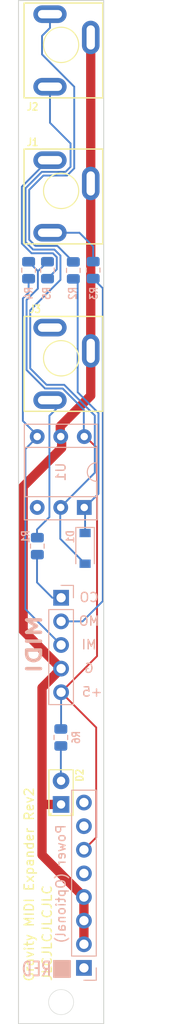
<source format=kicad_pcb>
(kicad_pcb (version 20221018) (generator pcbnew)
  (layers (0 "F.Cu" signal) (31 "B.Cu" signal) (34 "B.Paste" user) (35 "F.Paste" user) (36 "B.SilkS" user "B.Silkscreen") (37 "F.SilkS" user "F.Silkscreen") (38 "B.Mask" user) (39 "F.Mask" user) (44 "Edge.Cuts" user))
  (net 0 "")
  (net 1 "Net-(D1-K)")
  (net 2 "Net-(D1-A)")
  (net 3 "GND")
  (net 4 "Net-(D2-A)")
  (net 5 "Net-(J1-PadR)")
  (net 6 "24ppqn OUT")
  (net 7 "Serial Out")
  (net 8 "Serial In")
  (net 9 "+5V")
  (net 10 "Net-(J1-PadT)")
  (net 11 "Net-(J2-PadR)")
  (net 13 "Net-(J3-PadT)")
  (footprint "gtoe:FlatTopLed" (layer "F.Cu") (at 64.595 124.155 90)
    (fp_text reference "D2" (at 1.869 2.009 90) (layer "F.SilkS") (effects (font (size 0.8 0.7) (thickness 0.15) bold)))
    (fp_text value "LED" hide)
    (fp_line (start -2.46 -1.31) (end -2.46 1.31) (stroke (width 0.12)) (layer "F.SilkS"))
    (fp_line (start -2.46 -1.31) (end 2.46 -1.31) (stroke (width 0.12)) (layer "F.SilkS"))
    (fp_line (start -2.46 1.31) (end 2.46 1.31) (stroke (width 0.12)) (layer "F.SilkS"))
    (fp_line (start -2.34 -1.31) (end -2.34 -1.08) (stroke (width 0.12)) (layer "F.SilkS"))
    (fp_line (start -2.34 1.08) (end -2.34 1.31) (stroke (width 0.12)) (layer "F.SilkS"))
    (fp_line (start -2.22 -1.31) (end -2.22 -1.08) (stroke (width 0.12)) (layer "F.SilkS"))
    (fp_line (start -2.22 1.08) (end -2.22 1.31) (stroke (width 0.12)) (layer "F.SilkS"))
    (fp_line (start 2.46 -1.31) (end 2.46 1.31) (stroke (width 0.12)) (layer "F.SilkS"))
    (pad "1" thru_hole rect (at -1.27 0 90) (size 1.8 1.8) (drill 0.9) (layers "*.Cu" "*.Mask") (net 3 "GND"))
    (pad "2" thru_hole circle (at 1.27 0 90) (size 1.8 1.8) (drill 0.9) (layers "*.Cu" "*.Mask") (net 4 "Net-(D2-A)"))
  )
  (footprint "SitkaLib:PJ301CM" (layer "F.Cu") (at 64.6 43.75)
    (fp_text reference "J2" (at -3.076 6.654) (layer "F.SilkS") (effects (font (size 0.8 0.7))))
    (fp_text value "MIDI IN")
    (fp_line (start -4 -4.5) (end -4 5.7) (stroke (width 0.15)) (layer "F.SilkS"))
    (fp_line (start -4 -4.5) (end 4.5 -4.5) (stroke (width 0.15)) (layer "F.SilkS"))
    (fp_line (start -4 5.7) (end 4.5 5.7) (stroke (width 0.15)) (layer "F.SilkS"))
    (fp_line (start 4.5 -4.5) (end 4.5 5.7) (stroke (width 0.15)) (layer "F.SilkS"))
    (fp_circle (center 0 0) (end 1.9 0) (stroke (width 0.12)) (fill none) (layer "F.SilkS"))
    (pad "R" thru_hole oval (at -1.2 -3.3) (size 3.6 1.9) (drill oval 2.6 0.9) (layers "*.Cu" "*.Mask") (net 11 "Net-(J2-PadR)"))
    (pad "S" thru_hole oval (at 3.2 -0.8) (size 1.9 3.6) (drill oval 0.9 2.6) (layers "*.Cu" "*.Mask") (net 3 "GND"))
    (pad "T" thru_hole oval (at -1.2 4.5) (size 3.6 1.9) (drill oval 2.6 0.9) (layers "*.Cu" "*.Mask") (net 2 "Net-(D1-A)"))
  )
  (footprint "SitkaLib:PJ301CM" (layer "F.Cu") (at 64.6 77.45)
    (fp_text reference "J3" (at -2.8 -5.28) (layer "F.SilkS") (effects (font (size 0.8 0.7))))
    (fp_text value "PPQN Out")
    (fp_line (start -4 -4.5) (end -4 5.7) (stroke (width 0.15)) (layer "F.SilkS"))
    (fp_line (start -4 -4.5) (end 4.5 -4.5) (stroke (width 0.15)) (layer "F.SilkS"))
    (fp_line (start -4 5.7) (end 4.5 5.7) (stroke (width 0.15)) (layer "F.SilkS"))
    (fp_line (start 4.5 -4.5) (end 4.5 5.7) (stroke (width 0.15)) (layer "F.SilkS"))
    (fp_circle (center 0 0) (end 1.9 0) (stroke (width 0.12)) (fill none) (layer "F.SilkS"))
    (pad "R" thru_hole oval (at -1.2 -3.3) (size 3.6 1.9) (drill oval 2.6 0.9) (layers "*.Cu" "*.Mask"))
    (pad "S" thru_hole oval (at 3.2 -0.8) (size 1.9 3.6) (drill oval 0.9 2.6) (layers "*.Cu" "*.Mask") (net 3 "GND"))
    (pad "T" thru_hole oval (at -1.2 4.5) (size 3.6 1.9) (drill oval 2.6 0.9) (layers "*.Cu" "*.Mask") (net 13 "Net-(J3-PadT)"))
  )
  (footprint "SitkaLib:PJ301CM" (layer "F.Cu") (at 64.6 59.45)
    (fp_text reference "J1" (at -3.076 -5.236) (layer "F.SilkS") (effects (font (size 0.8 0.7))))
    (fp_text value "MIDI Out")
    (fp_line (start -4 -4.5) (end -4 5.7) (stroke (width 0.15)) (layer "F.SilkS"))
    (fp_line (start -4 -4.5) (end 4.5 -4.5) (stroke (width 0.15)) (layer "F.SilkS"))
    (fp_line (start -4 5.7) (end 4.5 5.7) (stroke (width 0.15)) (layer "F.SilkS"))
    (fp_line (start 4.5 -4.5) (end 4.5 5.7) (stroke (width 0.15)) (layer "F.SilkS"))
    (fp_circle (center 0 0) (end 1.9 0) (stroke (width 0.12)) (fill none) (layer "F.SilkS"))
    (pad "R" thru_hole oval (at -1.2 -3.3) (size 3.6 1.9) (drill oval 2.6 0.9) (layers "*.Cu" "*.Mask") (net 5 "Net-(J1-PadR)"))
    (pad "S" thru_hole oval (at 3.2 -0.8) (size 1.9 3.6) (drill oval 0.9 2.6) (layers "*.Cu" "*.Mask") (net 3 "GND"))
    (pad "T" thru_hole oval (at -1.2 4.5) (size 3.6 1.9) (drill oval 2.6 0.9) (layers "*.Cu" "*.Mask") (net 10 "Net-(J1-PadT)"))
  )
  (footprint "Resistor_SMD:R_0805_2012Metric" (layer "B.Cu") (at 65.92 67.9975 -90)
    (fp_text reference "R2" (at 2.4725 0.078 90) (layer "B.SilkS") (effects (font (size 0.8 0.7)) (justify mirror)))
    (fp_text value "R220" hide)
    (fp_line (start -0.227064 -0.735) (end 0.227064 -0.735) (stroke (width 0.12)) (layer "B.SilkS"))
    (fp_line (start -0.227064 0.735) (end 0.227064 0.735) (stroke (width 0.12)) (layer "B.SilkS"))
    (pad "1" smd roundrect (at -0.9125 0 270) (size 1.025 1.4) (layers "B.Cu" "B.Paste" "B.Mask") (roundrect_rratio 0.243902439) (net 11 "Net-(J2-PadR)"))
    (pad "2" smd roundrect (at 0.9125 0 270) (size 1.025 1.4) (layers "B.Cu" "B.Paste" "B.Mask") (roundrect_rratio 0.243902439) (net 1 "Net-(D1-K)"))
  )
  (footprint "Package_DIP:DIP-6_W7.62mm_Socket" (layer "B.Cu") (at 67.1 93.49 90)
    (fp_text reference "U1" (at 3.81 -2.528 90) (layer "B.SilkS") (effects (justify mirror)))
    (fp_text value "H11L1" hide)
    (fp_line (start -1.33 -6.47) (end 8.95 -6.47) (stroke (width 0.12)) (layer "B.SilkS"))
    (fp_line (start -1.33 1.39) (end -1.33 -6.47) (stroke (width 0.12)) (layer "B.SilkS"))
    (fp_line (start 1.16 -6.41) (end 6.46 -6.41) (stroke (width 0.12)) (layer "B.SilkS"))
    (fp_line (start 1.16 1.33) (end 1.16 -6.41) (stroke (width 0.12)) (layer "B.SilkS"))
    (fp_line (start 2.81 1.33) (end 1.16 1.33) (stroke (width 0.12)) (layer "B.SilkS"))
    (fp_line (start 6.46 -6.41) (end 6.46 1.33) (stroke (width 0.12)) (layer "B.SilkS"))
    (fp_line (start 6.46 1.33) (end 4.81 1.33) (stroke (width 0.12)) (layer "B.SilkS"))
    (fp_line (start 8.95 -6.47) (end 8.95 1.39) (stroke (width 0.12)) (layer "B.SilkS"))
    (fp_line (start 8.95 1.39) (end -1.33 1.39) (stroke (width 0.12)) (layer "B.SilkS"))
    (fp_arc (start 2.81 1.33) (mid 3.81 0.33) (end 4.81 1.33) (stroke (width 0.12)) (layer "B.SilkS"))
    (pad "1" thru_hole rect (at 0 0 90) (size 1.6 1.6) (drill 0.8) (layers "*.Cu" "*.Mask") (net 1 "Net-(D1-K)"))
    (pad "2" thru_hole oval (at 0 -2.54 90) (size 1.6 1.6) (drill 0.8) (layers "*.Cu" "*.Mask") (net 2 "Net-(D1-A)"))
    (pad "3" thru_hole oval (at 0 -5.08 90) (size 1.6 1.6) (drill 0.8) (layers "*.Cu" "*.Mask"))
    (pad "4" thru_hole oval (at 7.62 -5.08 90) (size 1.6 1.6) (drill 0.8) (layers "*.Cu" "*.Mask") (net 8 "Serial In"))
    (pad "5" thru_hole oval (at 7.62 -2.54 90) (size 1.6 1.6) (drill 0.8) (layers "*.Cu" "*.Mask") (net 3 "GND"))
    (pad "6" thru_hole oval (at 7.62 0 90) (size 1.6 1.6) (drill 0.8) (layers "*.Cu" "*.Mask") (net 9 "+5V"))
  )
  (footprint "Resistor_SMD:R_0805_2012Metric" (layer "B.Cu") (at 68.06 67.9675 -90)
    (fp_text reference "R3" (at 2.5025 -0.068 90) (layer "B.SilkS") (effects (font (size 0.8 0.7)) (justify mirror)))
    (fp_text value "R220" hide)
    (fp_line (start -0.227064 -0.735) (end 0.227064 -0.735) (stroke (width 0.12)) (layer "B.SilkS"))
    (fp_line (start -0.227064 0.735) (end 0.227064 0.735) (stroke (width 0.12)) (layer "B.SilkS"))
    (pad "1" smd roundrect (at -0.9125 0 270) (size 1.025 1.4) (layers "B.Cu" "B.Paste" "B.Mask") (roundrect_rratio 0.243902439) (net 10 "Net-(J1-PadT)"))
    (pad "2" smd roundrect (at 0.9125 0 270) (size 1.025 1.4) (layers "B.Cu" "B.Paste" "B.Mask") (roundrect_rratio 0.243902439) (net 7 "Serial Out"))
  )
  (footprint "Resistor_SMD:R_0805_2012Metric" (layer "B.Cu") (at 64.572 118.222 90)
    (fp_text reference "R6" (at 0 1.65 90) (layer "B.SilkS") (effects (font (size 0.8 0.7)) (justify mirror)))
    (fp_text value "1K" hide)
    (fp_line (start -0.227064 -0.735) (end 0.227064 -0.735) (stroke (width 0.12)) (layer "B.SilkS"))
    (fp_line (start -0.227064 0.735) (end 0.227064 0.735) (stroke (width 0.12)) (layer "B.SilkS"))
    (pad "1" smd roundrect (at -0.9125 0 90) (size 1.025 1.4) (layers "B.Cu" "B.Paste" "B.Mask") (roundrect_rratio 0.243902439) (net 4 "Net-(D2-A)"))
    (pad "2" smd roundrect (at 0.9125 0 90) (size 1.025 1.4) (layers "B.Cu" "B.Paste" "B.Mask") (roundrect_rratio 0.243902439) (net 9 "+5V"))
  )
  (footprint "Resistor_SMD:R_0805_2012Metric" (layer "B.Cu") (at 62.032 97.648 -90)
    (fp_text reference "R1" (at -1.016 1.27 90) (layer "B.SilkS") (effects (font (size 0.8 0.7)) (justify mirror)))
    (fp_text value "1K" hide)
    (fp_line (start -0.227064 -0.735) (end 0.227064 -0.735) (stroke (width 0.12)) (layer "B.SilkS"))
    (fp_line (start -0.227064 0.735) (end 0.227064 0.735) (stroke (width 0.12)) (layer "B.SilkS"))
    (pad "1" smd roundrect (at -0.9125 0 270) (size 1.025 1.4) (layers "B.Cu" "B.Paste" "B.Mask") (roundrect_rratio 0.243902439) (net 13 "Net-(J3-PadT)"))
    (pad "2" smd roundrect (at 0.9125 0 270) (size 1.025 1.4) (layers "B.Cu" "B.Paste" "B.Mask") (roundrect_rratio 0.243902439) (net 6 "24ppqn OUT"))
  )
  (footprint "Resistor_SMD:R_0805_2012Metric" (layer "B.Cu") (at 61.09 67.98 90)
    (fp_text reference "R4" (at -2.49 0.01 90) (layer "B.SilkS") (effects (font (size 0.8 0.7)) (justify mirror)))
    (fp_text value "R220" hide)
    (fp_line (start -0.227064 -0.735) (end 0.227064 -0.735) (stroke (width 0.12)) (layer "B.SilkS"))
    (fp_line (start -0.227064 0.735) (end 0.227064 0.735) (stroke (width 0.12)) (layer "B.SilkS"))
    (pad "1" smd roundrect (at -0.9125 0 90) (size 1.025 1.4) (layers "B.Cu" "B.Paste" "B.Mask") (roundrect_rratio 0.243902439) (net 8 "Serial In"))
    (pad "2" smd roundrect (at 0.9125 0 90) (size 1.025 1.4) (layers "B.Cu" "B.Paste" "B.Mask") (roundrect_rratio 0.243902439) (net 9 "+5V"))
  )
  (footprint "Connector_PinSocket_2.54mm:PinSocket_1x08_P2.54mm_Vertical" (layer "B.Cu") (at 67.065 143)
    (fp_text reference "Power (Optional)" (at -2.493 -9.03 270) (layer "B.SilkS") (effects (justify mirror)))
    (fp_text value "Alt Power")
    (fp_line (start -1.33 -19.11) (end 1.33 -19.11) (stroke (width 0.12)) (layer "B.SilkS"))
    (fp_line (start -1.33 -1.27) (end -1.33 -19.11) (stroke (width 0.12)) (layer "B.SilkS"))
    (fp_line (start -1.33 -1.27) (end 1.33 -1.27) (stroke (width 0.12)) (layer "B.SilkS"))
    (fp_line (start 0 1.33) (end 1.33 1.33) (stroke (width 0.12)) (layer "B.SilkS"))
    (fp_line (start 1.33 -1.27) (end 1.33 -19.11) (stroke (width 0.12)) (layer "B.SilkS"))
    (fp_line (start 1.33 1.33) (end 1.33 0) (stroke (width 0.12)) (layer "B.SilkS"))
    (pad "1" thru_hole rect (at 0 0) (size 1.7 1.7) (drill 1) (layers "*.Cu" "*.Mask"))
    (pad "2" thru_hole oval (at 0 -2.54) (size 1.7 1.7) (drill 1) (layers "*.Cu" "*.Mask") (net 3 "GND"))
    (pad "3" thru_hole oval (at 0 -5.08) (size 1.7 1.7) (drill 1) (layers "*.Cu" "*.Mask") (net 3 "GND"))
    (pad "4" thru_hole oval (at 0 -7.62) (size 1.7 1.7) (drill 1) (layers "*.Cu" "*.Mask") (net 3 "GND"))
    (pad "5" thru_hole oval (at 0 -10.16) (size 1.7 1.7) (drill 1) (layers "*.Cu" "*.Mask"))
    (pad "6" thru_hole oval (at 0 -12.7) (size 1.7 1.7) (drill 1) (layers "*.Cu" "*.Mask") (net 9 "+5V"))
    (pad "7" thru_hole oval (at 0 -15.24) (size 1.7 1.7) (drill 1) (layers "*.Cu" "*.Mask"))
    (pad "8" thru_hole oval (at 0 -17.78) (size 1.7 1.7) (drill 1) (layers "*.Cu" "*.Mask"))
  )
  (footprint "Resistor_SMD:R_0805_2012Metric" (layer "B.Cu") (at 63.13 67.9775 90)
    (fp_text reference "R5" (at -2.4925 -0.082 90) (layer "B.SilkS") (effects (font (size 0.8 0.7)) (justify mirror)))
    (fp_text value "R220" hide)
    (fp_line (start -0.227064 -0.735) (end 0.227064 -0.735) (stroke (width 0.12)) (layer "B.SilkS"))
    (fp_line (start -0.227064 0.735) (end 0.227064 0.735) (stroke (width 0.12)) (layer "B.SilkS"))
    (pad "1" smd roundrect (at -0.9125 0 90) (size 1.025 1.4) (layers "B.Cu" "B.Paste" "B.Mask") (roundrect_rratio 0.243902439) (net 5 "Net-(J1-PadR)"))
    (pad "2" smd roundrect (at 0.9125 0 90) (size 1.025 1.4) (layers "B.Cu" "B.Paste" "B.Mask") (roundrect_rratio 0.243902439) (net 9 "+5V"))
  )
  (footprint "Connector_PinHeader_2.54mm:PinHeader_1x05_P2.54mm_Vertical" (layer "B.Cu") (at 64.6 103.2 180)
    (fp_text reference "MIDI" (at 2.9 -5 90) (layer "B.SilkS") (effects (font (size 1.5 2) (thickness 0.375) bold) (justify mirror)))
    (fp_text value "Conn_01x05" hide)
    (fp_line (start -1.33 -11.49) (end 1.33 -11.49) (stroke (width 0.12)) (layer "B.SilkS"))
    (fp_line (start -1.33 -1.27) (end -1.33 -11.49) (stroke (width 0.12)) (layer "B.SilkS"))
    (fp_line (start -1.33 -1.27) (end 1.33 -1.27) (stroke (width 0.12)) (layer "B.SilkS"))
    (fp_line (start -1.33 0) (end -1.33 1.33) (stroke (width 0.12)) (layer "B.SilkS"))
    (fp_line (start -1.33 1.33) (end 0 1.33) (stroke (width 0.12)) (layer "B.SilkS"))
    (fp_line (start 1.33 -1.27) (end 1.33 -11.49) (stroke (width 0.12)) (layer "B.SilkS"))
    (pad "1" thru_hole rect (at 0 0 180) (size 1.7 1.7) (drill 1) (layers "*.Cu" "*.Mask") (net 6 "24ppqn OUT"))
    (pad "2" thru_hole oval (at 0 -2.54 180) (size 1.7 1.7) (drill 1) (layers "*.Cu" "*.Mask") (net 7 "Serial Out"))
    (pad "3" thru_hole oval (at 0 -5.08 180) (size 1.7 1.7) (drill 1) (layers "*.Cu" "*.Mask") (net 8 "Serial In"))
    (pad "4" thru_hole oval (at 0 -7.62 180) (size 1.7 1.7) (drill 1) (layers "*.Cu" "*.Mask") (net 3 "GND"))
    (pad "5" thru_hole oval (at 0 -10.16 180) (size 1.7 1.7) (drill 1) (layers "*.Cu" "*.Mask") (net 9 "+5V"))
  )
  (footprint "Diode_SMD:D_SOD-123" (layer "B.Cu") (at 67.19 97.89 -90)
    (fp_text reference "D1" (at -1.258 1.602 90) (layer "B.SilkS") (effects (font (size 0.8 0.7)) (justify mirror)))
    (fp_text value "1N4148" hide)
    (fp_line (start -2.25 -1) (end 1.65 -1) (stroke (width 0.12)) (layer "B.SilkS"))
    (fp_line (start -2.25 1) (end -2.25 -1) (stroke (width 0.12)) (layer "B.SilkS"))
    (fp_line (start -2.25 1) (end 1.65 1) (stroke (width 0.12)) (layer "B.SilkS"))
    (pad "1" smd rect (at -1.65 0 270) (size 0.9 1.2) (layers "B.Cu" "B.Paste" "B.Mask") (net 1 "Net-(D1-K)"))
    (pad "2" smd rect (at 1.65 0 270) (size 0.9 1.2) (layers "B.Cu" "B.Paste" "B.Mask") (net 2 "Net-(D1-A)"))
  )
  (gr_rect (start 63.81 142.225) (end 65.588 144.003) (stroke (width 0.15)) (fill solid) (layer "B.SilkS"))
  (gr_circle (center 64.6 146.68) (end 65.95 146.68) (stroke (width 0.05)) (fill none) (layer "Edge.Cuts"))
  (gr_rect (start 60 38.974) (end 69.2 149) (stroke (width 0.1)) (fill none) (layer "Edge.Cuts"))
  (gr_text "MO" (at 67.62 106.284) (layer "B.SilkS") (effects (font (size 1 1)) (justify bottom mirror)))
  (gr_text "RED" (at 63.683 144.003) (layer "B.SilkS") (effects (font (size 1.5 1.1) (thickness 0.2) bold) (justify left bottom mirror)))
  (gr_text "MI" (at 67.62 108.824) (layer "B.SilkS") (effects (font (size 1 1)) (justify bottom mirror)))
  (gr_text "G" (at 67.62 111.364) (layer "B.SilkS") (effects (font (size 1 1)) (justify bottom mirror)))
  (gr_text "CO" (at 67.62 103.744) (layer "B.SilkS") (effects (font (size 1 1)) (justify bottom mirror)))
  (gr_text "+5" (at 69.144 113.904) (layer "B.SilkS") (effects (font (size 1 1)) (justify left bottom mirror)))
  (gr_text "Gravity MIDI Expander Rev2" (at 61.15 134.03 90) (layer "F.SilkS") (effects (font (size 1 1))))
  (gr_text "JLCJLCJLCJLC" (at 63.09 139.26 90) (layer "F.SilkS") (effects (font (size 1 1))))
  (segment (start 67.19 93.46) (end 68.636 92.014) (width 0.2) (layer "B.Cu") (net 1))
  (segment (start 68.636 92.014) (end 68.636 83.344226) (width 0.2) (layer "B.Cu") (net 1))
  (segment (start 66.388 81.096226) (end 66.388 69.378) (width 0.2) (layer "B.Cu") (net 1))
  (segment (start 66.388 69.378) (end 65.92 68.91) (width 0.2) (layer "B.Cu") (net 1))
  (segment (start 66.5175 68.91) (end 65.92 68.91) (width 0.2) (layer "B.Cu") (net 1))
  (segment (start 67.19 96.24) (end 67.19 93.46) (width 0.2) (layer "B.Cu") (net 1))
  (segment (start 68.636 83.344226) (end 66.388 81.096226) (width 0.2) (layer "B.Cu") (net 1))
  (segment (start 64.53 66.408997) (end 63.881002 65.76) (width 0.2) (layer "B.Cu") (net 2))
  (segment (start 65.08 57.4) (end 65.62 56.86) (width 0.2) (layer "B.Cu") (net 2))
  (segment (start 67.19 99.54) (end 64.51 96.86) (width 0.2) (layer "B.Cu") (net 2))
  (segment (start 65.62 56.86) (end 65.62 54.35) (width 0.2) (layer "B.Cu") (net 2))
  (segment (start 64.53 69.017244) (end 64.53 66.408997) (width 0.2) (layer "B.Cu") (net 2))
  (segment (start 64.51 96.86) (end 64.51 93.6) (width 0.2) (layer "B.Cu") (net 2))
  (segment (start 60.76 64.944314) (end 60.76 59.165686) (width 0.2) (layer "B.Cu") (net 2))
  (segment (start 68.236 89.764) (end 68.236 83.602548) (width 0.2) (layer "B.Cu") (net 2))
  (segment (start 63.4 52.13) (end 63.4 48.25) (width 0.2) (layer "B.Cu") (net 2))
  (segment (start 64.51 93.49) (end 68.236 89.764) (width 0.2) (layer "B.Cu") (net 2))
  (segment (start 64.933452 80.3) (end 63.029686 80.3) (width 0.2) (layer "B.Cu") (net 2))
  (segment (start 65.62 54.35) (end 63.4 52.13) (width 0.2) (layer "B.Cu") (net 2))
  (segment (start 60.76 59.165686) (end 62.525686 57.4) (width 0.2) (layer "B.Cu") (net 2))
  (segment (start 63.881002 65.76) (end 61.575686 65.76) (width 0.2) (layer "B.Cu") (net 2))
  (segment (start 61.575686 65.76) (end 60.76 64.944314) (width 0.2) (layer "B.Cu") (net 2))
  (segment (start 62.525686 57.4) (end 65.08 57.4) (width 0.2) (layer "B.Cu") (net 2))
  (segment (start 61.27 72.277244) (end 64.53 69.017244) (width 0.2) (layer "B.Cu") (net 2))
  (segment (start 63.029686 80.3) (end 61.27 78.540314) (width 0.2) (layer "B.Cu") (net 2))
  (segment (start 61.27 78.540314) (end 61.27 72.277244) (width 0.2) (layer "B.Cu") (net 2))
  (segment (start 68.236 83.602548) (end 64.933452 80.3) (width 0.2) (layer "B.Cu") (net 2))
  (segment (start 62.54 112.88) (end 64.6 110.82) (width 1) (layer "F.Cu") (net 3))
  (segment (start 67.065 140.46) (end 67.065 137.92) (width 1) (layer "F.Cu") (net 3))
  (segment (start 62.631 125.425) (end 62.54 125.334) (width 1) (layer "F.Cu") (net 3))
  (segment (start 62.54 130.855) (end 62.54 130.16) (width 1) (layer "F.Cu") (net 3))
  (segment (start 67.8 58.65) (end 67.8 76.65) (width 1) (layer "F.Cu") (net 3))
  (segment (start 64.595 125.425) (end 62.631 125.425) (width 1) (layer "F.Cu") (net 3))
  (segment (start 67.065 135.38) (end 62.54 130.855) (width 1) (layer "F.Cu") (net 3))
  (segment (start 64.51 84.756) (end 64.51 85.87) (width 1) (layer "F.Cu") (net 3))
  (segment (start 60.5 106.72) (end 60.5 91.25) (width 1) (layer "F.Cu") (net 3))
  (segment (start 67.8 76.65) (end 67.8 81.466) (width 1) (layer "F.Cu") (net 3))
  (segment (start 62.54 125.334) (end 62.54 112.88) (width 1) (layer "F.Cu") (net 3))
  (segment (start 64.6 110.82) (end 60.5 106.72) (width 1) (layer "F.Cu") (net 3))
  (segment (start 67.8 81.466) (end 64.51 84.756) (width 1) (layer "F.Cu") (net 3))
  (segment (start 60.5 91.25) (end 64.66 87.09) (width 1) (layer "F.Cu") (net 3))
  (segment (start 67.065 137.92) (end 67.065 135.38) (width 1) (layer "F.Cu") (net 3))
  (segment (start 64.66 87.09) (end 64.66 85.83) (width 1) (layer "F.Cu") (net 3))
  (segment (start 62.54 130.16) (end 62.54 125.334) (width 1) (layer "F.Cu") (net 3))
  (segment (start 67.8 58.65) (end 67.8 42.95) (width 1) (layer "F.Cu") (net 3))
  (segment (start 64.572 122.862) (end 64.595 122.885) (width 0.2) (layer "B.Cu") (net 4))
  (segment (start 64.572 119.1345) (end 64.572 122.862) (width 0.2) (layer "B.Cu") (net 4))
  (segment (start 63.715317 66.16) (end 61.41 66.16) (width 0.2) (layer "B.Cu") (net 5))
  (segment (start 60.36 59) (end 63.21 56.15) (width 0.2) (layer "B.Cu") (net 5))
  (segment (start 63.13 68.89) (end 64.13 67.89) (width 0.2) (layer "B.Cu") (net 5))
  (segment (start 61.41 66.16) (end 60.36 65.11) (width 0.2) (layer "B.Cu") (net 5))
  (segment (start 60.36 65.11) (end 60.36 59) (width 0.2) (layer "B.Cu") (net 5))
  (segment (start 64.13 66.574683) (end 63.715317 66.16) (width 0.2) (layer "B.Cu") (net 5))
  (segment (start 64.13 67.89) (end 64.13 66.574683) (width 0.2) (layer "B.Cu") (net 5))
  (segment (start 63.21 56.15) (end 63.4 56.15) (width 0.2) (layer "B.Cu") (net 5))
  (segment (start 64.6 103.2) (end 63.65 103.2) (width 0.2) (layer "B.Cu") (net 6))
  (segment (start 63.65 103.2) (end 62 101.55) (width 0.2) (layer "B.Cu") (net 6))
  (segment (start 62 101.55) (end 62 98.75) (width 0.2) (layer "B.Cu") (net 6))
  (segment (start 66.92 105.74) (end 64.6 105.74) (width 0.2) (layer "B.Cu") (net 7))
  (segment (start 69.1 69.92) (end 69.1 103.56) (width 0.2) (layer "B.Cu") (net 7))
  (segment (start 69.1 103.56) (end 66.92 105.74) (width 0.2) (layer "B.Cu") (net 7))
  (segment (start 68.06 68.88) (end 69.1 69.92) (width 0.2) (layer "B.Cu") (net 7))
  (segment (start 64.6 108.28) (end 60.74 104.42) (width 0.2) (layer "B.Cu") (net 8))
  (segment (start 60.47 84.18) (end 60.47 71.016) (width 0.2) (layer "B.Cu") (net 8))
  (segment (start 62.12 85.83) (end 60.47 84.18) (width 0.2) (layer "B.Cu") (net 8))
  (segment (start 60.74 104.42) (end 60.74 87.21) (width 0.2) (layer "B.Cu") (net 8))
  (segment (start 61.09 70.396) (end 61.09 68.8925) (width 0.2) (layer "B.Cu") (net 8))
  (segment (start 60.74 87.21) (end 62.12 85.83) (width 0.2) (layer "B.Cu") (net 8))
  (segment (start 60.47 71.016) (end 61.09 70.396) (width 0.2) (layer "B.Cu") (net 8))
  (segment (start 68.39 128.636) (end 68.39 117.15) (width 0.2) (layer "F.Cu") (net 9))
  (segment (start 68.39 117.15) (end 64.6 113.36) (width 0.2) (layer "F.Cu") (net 9))
  (segment (start 64.6 113.36) (end 68.48 109.48) (width 0.2) (layer "F.Cu") (net 9))
  (segment (start 68.39 128.975) (end 68.39 128.636) (width 0.2) (layer "F.Cu") (net 9))
  (segment (start 68.48 87.11) (end 67.2 85.83) (width 0.2) (layer "F.Cu") (net 9))
  (segment (start 68.48 109.48) (end 68.48 87.11) (width 0.2) (layer "F.Cu") (net 9))
  (segment (start 67.065 130.3) (end 68.39 128.975) (width 0.2) (layer "F.Cu") (net 9))
  (segment (start 64.6 113.36) (end 64.6 117.2815) (width 0.2) (layer "B.Cu") (net 9))
  (segment (start 62.09 68.105) (end 62.09 68.0675) (width 0.2) (layer "B.Cu") (net 9))
  (segment (start 60.87 71.181686) (end 62.09 69.961686) (width 0.2) (layer "B.Cu") (net 9))
  (segment (start 62.09 69.961686) (end 62.09 68.105) (width 0.2) (layer "B.Cu") (net 9))
  (segment (start 67.05 85.87) (end 67.05 82.982233) (width 0.2) (layer "B.Cu") (net 9))
  (segment (start 64.6 117.2815) (end 64.572 117.3095) (width 0.2) (layer "B.Cu") (net 9))
  (segment (start 62.864 80.7) (end 60.87 78.705999) (width 0.2) (layer "B.Cu") (net 9))
  (segment (start 62.09 68.0675) (end 61.09 67.0675) (width 0.2) (layer "B.Cu") (net 9))
  (segment (start 64.767767 80.7) (end 62.864 80.7) (width 0.2) (layer "B.Cu") (net 9))
  (segment (start 62.09 68.105) (end 63.13 67.065) (width 0.2) (layer "B.Cu") (net 9))
  (segment (start 67.05 82.982233) (end 64.767767 80.7) (width 0.2) (layer "B.Cu") (net 9))
  (segment (start 60.87 78.705999) (end 60.87 71.181686) (width 0.2) (layer "B.Cu") (net 9))
  (segment (start 66.56 63.95) (end 63.4 63.95) (width 0.2) (layer "B.Cu") (net 10))
  (segment (start 68.06 65.43) (end 66.57 63.94) (width 0.2) (layer "B.Cu") (net 10))
  (segment (start 66.57 63.94) (end 66.56 63.95) (width 0.2) (layer "B.Cu") (net 10))
  (segment (start 68.06 67.055) (end 68.06 65.43) (width 0.2) (layer "B.Cu") (net 10))
  (segment (start 61.16 64.7) (end 61.16 59.331372) (width 0.2) (layer "B.Cu") (net 11))
  (segment (start 66.02 48.252232) (end 62.54 44.772232) (width 0.2) (layer "B.Cu") (net 11))
  (segment (start 63.4 41.924) (end 63.4 40.45) (width 0.2) (layer "B.Cu") (net 11))
  (segment (start 65.92 67.085) (end 64.195 65.36) (width 0.2) (layer "B.Cu") (net 11))
  (segment (start 61.82 65.36) (end 61.16 64.7) (width 0.2) (layer "B.Cu") (net 11))
  (segment (start 62.54 42.784) (end 63.4 41.924) (width 0.2) (layer "B.Cu") (net 11))
  (segment (start 66.02 57.025685) (end 66.02 48.252232) (width 0.2) (layer "B.Cu") (net 11))
  (segment (start 62.54 44.772232) (end 62.54 42.784) (width 0.2) (layer "B.Cu") (net 11))
  (segment (start 65.245686 57.8) (end 66.02 57.025685) (width 0.2) (layer "B.Cu") (net 11))
  (segment (start 61.16 59.331372) (end 62.691372 57.8) (width 0.2) (layer "B.Cu") (net 11))
  (segment (start 64.195 65.36) (end 61.82 65.36) (width 0.2) (layer "B.Cu") (net 11))
  (segment (start 62.691372 57.8) (end 65.245686 57.8) (width 0.2) (layer "B.Cu") (net 11))
  (segment (start 63.34 94.52) (end 63.34 83.63) (width 0.2) (layer "B.Cu") (net 13))
  (segment (start 63.34 83.63) (end 64.6 82.37) (width 0.2) (layer "B.Cu") (net 13))
  (segment (start 62 95.86) (end 63.34 94.52) (width 0.2) (layer "B.Cu") (net 13))
  (segment (start 62 96.925) (end 62 95.86) (width 0.2) (layer "B.Cu") (net 13))
)
</source>
